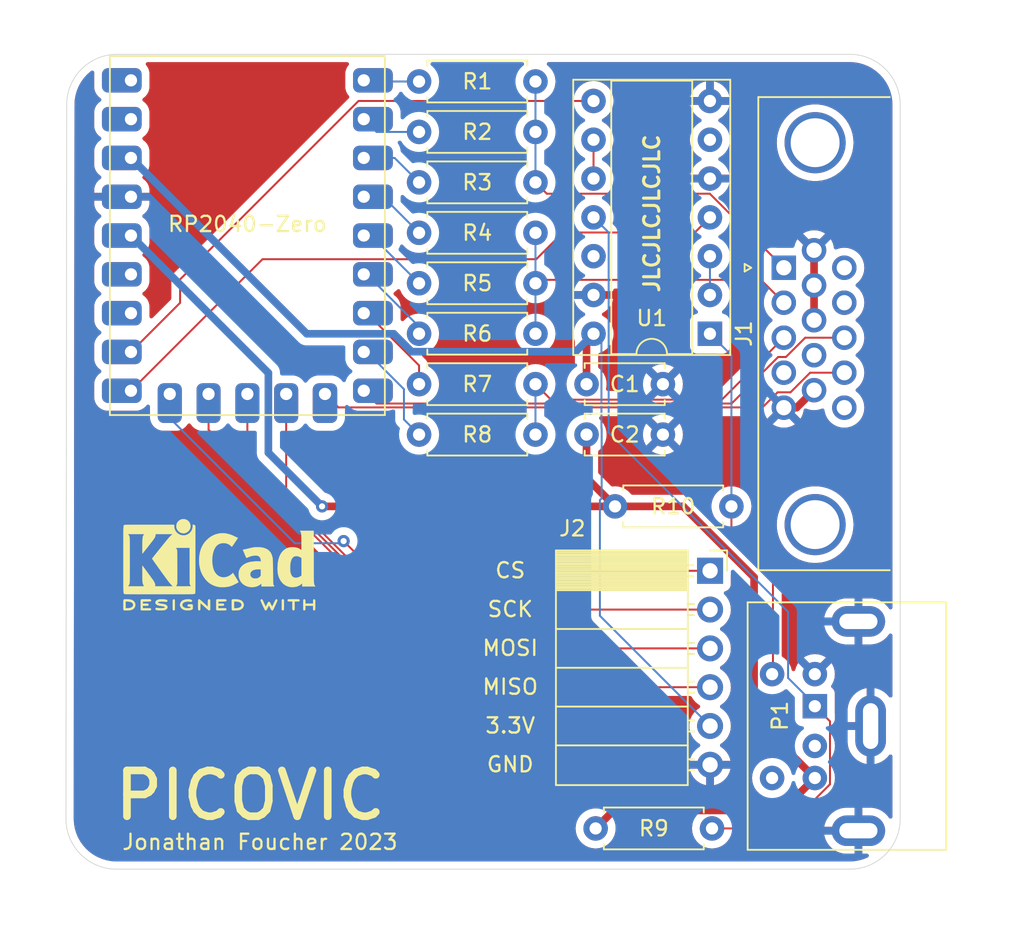
<source format=kicad_pcb>
(kicad_pcb (version 20211014) (generator pcbnew)
  (layers (0 "F.Cu" signal) (31 "B.Cu" signal) (34 "B.Paste" user) (35 "F.Paste" user) (36 "B.SilkS" user "B.Silkscreen") (37 "F.SilkS" user "F.Silkscreen") (38 "B.Mask" user) (39 "F.Mask" user) (44 "Edge.Cuts" user))
  (net 0 "")
  (net 1 "Net-(J1-Pad1)")
  (net 2 "GND")
  (net 3 "+5V")
  (net 4 "+3.3V")
  (net 5 "Net-(RZ1-Pad15)")
  (net 6 "Net-(RZ1-Pad16)")
  (net 11 "Net-(U1-Pad2)")
  (net 13 "Net-(R2-Pad2)")
  (net 14 "Net-(R3-Pad2)")
  (net 15 "Net-(R4-Pad2)")
  (net 16 "Net-(R5-Pad2)")
  (net 17 "Net-(R6-Pad2)")
  (net 18 "Net-(R7-Pad2)")
  (net 19 "Net-(R8-Pad2)")
  (net 20 "Net-(U1-Pad10)")
  (net 22 "Net-(J1-Pad2)")
  (net 23 "Net-(J1-Pad3)")
  (net 28 "Net-(J1-Pad13)")
  (net 29 "Net-(J1-Pad14)")
  (net 31 "Net-(R1-Pad2)")
  (net 32 "Net-(P1-Pad1)")
  (net 33 "Net-(P1-Pad5)")
  (net 36 "/CS")
  (net 37 "/SCK")
  (net 38 "/MOSI")
  (net 39 "/MISO")
  (footprint "Connector_Dsub:DSUB-15-HD_Female_Horizontal_P2.29x1.98mm_EdgePinOffset3.03mm_Housed_MountingHolesOffset4.94mm" (layer "F.Cu") (at 73.66 5.08 90)
    (fp_text reference "J1" (at -4.315 -2.61 90) (layer "F.SilkS"))
    (fp_text value "DB15_Female_HighDensity")
    (pad "0" thru_hole circle (at -16.815 2.05 90) (size 4 4) (drill 3.2) (layers *.Cu *.Mask))
    (pad "0" thru_hole circle (at 8.185 2.05 90) (size 4 4) (drill 3.2) (layers *.Cu *.Mask))
    (pad "1" thru_hole rect (at 0 0 90) (size 1.6 1.6) (drill 1) (layers *.Cu *.Mask) (net 1 "Net-(J1-Pad1)"))
    (pad "2" thru_hole circle (at -2.29 0 90) (size 1.6 1.6) (drill 1) (layers *.Cu *.Mask) (net 22 "Net-(J1-Pad2)"))
    (pad "3" thru_hole circle (at -4.58 0 90) (size 1.6 1.6) (drill 1) (layers *.Cu *.Mask) (net 23 "Net-(J1-Pad3)"))
    (pad "4" thru_hole circle (at -6.87 0 90) (size 1.6 1.6) (drill 1) (layers *.Cu *.Mask))
    (pad "5" thru_hole circle (at -9.16 0 90) (size 1.6 1.6) (drill 1) (layers *.Cu *.Mask) (net 2 "GND"))
    (pad "6" thru_hole circle (at 1.145 1.98 90) (size 1.6 1.6) (drill 1) (layers *.Cu *.Mask) (net 2 "GND"))
    (pad "7" thru_hole circle (at -1.145 1.98 90) (size 1.6 1.6) (drill 1) (layers *.Cu *.Mask) (net 2 "GND"))
    (pad "8" thru_hole circle (at -3.435 1.98 90) (size 1.6 1.6) (drill 1) (layers *.Cu *.Mask) (net 2 "GND"))
    (pad "9" thru_hole circle (at -5.725 1.98 90) (size 1.6 1.6) (drill 1) (layers *.Cu *.Mask))
    (pad "10" thru_hole circle (at -8.015 1.98 90) (size 1.6 1.6) (drill 1) (layers *.Cu *.Mask) (net 2 "GND"))
    (pad "11" thru_hole circle (at 0 3.96 90) (size 1.6 1.6) (drill 1) (layers *.Cu *.Mask))
    (pad "12" thru_hole circle (at -2.29 3.96 90) (size 1.6 1.6) (drill 1) (layers *.Cu *.Mask))
    (pad "13" thru_hole circle (at -4.58 3.96 90) (size 1.6 1.6) (drill 1) (layers *.Cu *.Mask) (net 28 "Net-(J1-Pad13)"))
    (pad "14" thru_hole circle (at -6.87 3.96 90) (size 1.6 1.6) (drill 1) (layers *.Cu *.Mask) (net 29 "Net-(J1-Pad14)"))
    (pad "15" thru_hole circle (at -9.16 3.96 90) (size 1.6 1.6) (drill 1) (layers *.Cu *.Mask))
  )
  (footprint "Package_DIP:DIP-14_W7.62mm_Socket" (layer "F.Cu") (at 68.824 9.403 180)
    (fp_text reference "U1" (at 3.81 1.021) (layer "F.SilkS"))
    (fp_text value "74HC14")
    (pad "1" thru_hole rect (at 0 0 180) (size 1.6 1.6) (drill 0.8) (layers *.Cu *.Mask) (net 33 "Net-(P1-Pad5)"))
    (pad "2" thru_hole oval (at 0 2.54 180) (size 1.6 1.6) (drill 0.8) (layers *.Cu *.Mask) (net 11 "Net-(U1-Pad2)"))
    (pad "3" thru_hole oval (at 0 5.08 180) (size 1.6 1.6) (drill 0.8) (layers *.Cu *.Mask) (net 11 "Net-(U1-Pad2)"))
    (pad "4" thru_hole oval (at 0 7.62 180) (size 1.6 1.6) (drill 0.8) (layers *.Cu *.Mask) (net 5 "Net-(RZ1-Pad15)"))
    (pad "5" thru_hole oval (at 0 10.16 180) (size 1.6 1.6) (drill 0.8) (layers *.Cu *.Mask) (net 2 "GND"))
    (pad "6" thru_hole oval (at 0 12.7 180) (size 1.6 1.6) (drill 0.8) (layers *.Cu *.Mask))
    (pad "7" thru_hole oval (at 0 15.24 180) (size 1.6 1.6) (drill 0.8) (layers *.Cu *.Mask) (net 2 "GND"))
    (pad "8" thru_hole oval (at 7.62 15.24 180) (size 1.6 1.6) (drill 0.8) (layers *.Cu *.Mask) (net 6 "Net-(RZ1-Pad16)"))
    (pad "9" thru_hole oval (at 7.62 12.7 180) (size 1.6 1.6) (drill 0.8) (layers *.Cu *.Mask) (net 20 "Net-(U1-Pad10)"))
    (pad "10" thru_hole oval (at 7.62 10.16 180) (size 1.6 1.6) (drill 0.8) (layers *.Cu *.Mask) (net 20 "Net-(U1-Pad10)"))
    (pad "11" thru_hole oval (at 7.62 7.62 180) (size 1.6 1.6) (drill 0.8) (layers *.Cu *.Mask) (net 32 "Net-(P1-Pad1)"))
    (pad "12" thru_hole oval (at 7.62 5.08 180) (size 1.6 1.6) (drill 0.8) (layers *.Cu *.Mask))
    (pad "13" thru_hole oval (at 7.62 2.54 180) (size 1.6 1.6) (drill 0.8) (layers *.Cu *.Mask) (net 2 "GND"))
    (pad "14" thru_hole oval (at 7.62 0 180) (size 1.6 1.6) (drill 0.8) (layers *.Cu *.Mask) (net 4 "+3.3V"))
  )
  (footprint "Resistor_THT:R_Axial_DIN0207_L6.3mm_D2.5mm_P7.62mm_Horizontal" (layer "F.Cu") (at 57.404 -7.112 180)
    (fp_text reference "R1" (at 3.81 0 180) (layer "F.SilkS"))
    (fp_text value "1k")
    (pad "1" thru_hole circle (at 0 0 180) (size 1.6 1.6) (drill 0.8) (layers *.Cu *.Mask) (net 1 "Net-(J1-Pad1)"))
    (pad "2" thru_hole oval (at 7.62 0 180) (size 1.6 1.6) (drill 0.8) (layers *.Cu *.Mask) (net 31 "Net-(R1-Pad2)"))
  )
  (footprint "Resistor_THT:R_Axial_DIN0207_L6.3mm_D2.5mm_P7.62mm_Horizontal" (layer "F.Cu") (at 57.404 -3.81 180)
    (fp_text reference "R2" (at 3.81 0 180) (layer "F.SilkS"))
    (fp_text value "500R")
    (pad "1" thru_hole circle (at 0 0 180) (size 1.6 1.6) (drill 0.8) (layers *.Cu *.Mask) (net 1 "Net-(J1-Pad1)"))
    (pad "2" thru_hole oval (at 7.62 0 180) (size 1.6 1.6) (drill 0.8) (layers *.Cu *.Mask) (net 13 "Net-(R2-Pad2)"))
  )
  (footprint "Resistor_THT:R_Axial_DIN0207_L6.3mm_D2.5mm_P7.62mm_Horizontal" (layer "F.Cu") (at 57.404 -0.508 180)
    (fp_text reference "R3" (at 3.81 0 180) (layer "F.SilkS"))
    (fp_text value "250R")
    (pad "1" thru_hole circle (at 0 0 180) (size 1.6 1.6) (drill 0.8) (layers *.Cu *.Mask) (net 1 "Net-(J1-Pad1)"))
    (pad "2" thru_hole oval (at 7.62 0 180) (size 1.6 1.6) (drill 0.8) (layers *.Cu *.Mask) (net 14 "Net-(R3-Pad2)"))
  )
  (footprint "Resistor_THT:R_Axial_DIN0207_L6.3mm_D2.5mm_P7.62mm_Horizontal" (layer "F.Cu") (at 57.404 2.794 180)
    (fp_text reference "R4" (at 3.81 0 180) (layer "F.SilkS"))
    (fp_text value "1k")
    (pad "1" thru_hole circle (at 0 0 180) (size 1.6 1.6) (drill 0.8) (layers *.Cu *.Mask) (net 22 "Net-(J1-Pad2)"))
    (pad "2" thru_hole oval (at 7.62 0 180) (size 1.6 1.6) (drill 0.8) (layers *.Cu *.Mask) (net 15 "Net-(R4-Pad2)"))
  )
  (footprint "Resistor_THT:R_Axial_DIN0207_L6.3mm_D2.5mm_P7.62mm_Horizontal" (layer "F.Cu") (at 57.404 6.096 180)
    (fp_text reference "R5" (at 3.81 0 180) (layer "F.SilkS"))
    (fp_text value "500R")
    (pad "1" thru_hole circle (at 0 0 180) (size 1.6 1.6) (drill 0.8) (layers *.Cu *.Mask) (net 22 "Net-(J1-Pad2)"))
    (pad "2" thru_hole oval (at 7.62 0 180) (size 1.6 1.6) (drill 0.8) (layers *.Cu *.Mask) (net 16 "Net-(R5-Pad2)"))
  )
  (footprint "Resistor_THT:R_Axial_DIN0207_L6.3mm_D2.5mm_P7.62mm_Horizontal" (layer "F.Cu") (at 57.404 9.398 180)
    (fp_text reference "R6" (at 3.81 0 180) (layer "F.SilkS"))
    (fp_text value "250R")
    (pad "1" thru_hole circle (at 0 0 180) (size 1.6 1.6) (drill 0.8) (layers *.Cu *.Mask) (net 22 "Net-(J1-Pad2)"))
    (pad "2" thru_hole oval (at 7.62 0 180) (size 1.6 1.6) (drill 0.8) (layers *.Cu *.Mask) (net 17 "Net-(R6-Pad2)"))
  )
  (footprint "Resistor_THT:R_Axial_DIN0207_L6.3mm_D2.5mm_P7.62mm_Horizontal" (layer "F.Cu") (at 57.404 12.7 180)
    (fp_text reference "R7" (at 3.81 0 180) (layer "F.SilkS"))
    (fp_text value "500R")
    (pad "1" thru_hole circle (at 0 0 180) (size 1.6 1.6) (drill 0.8) (layers *.Cu *.Mask) (net 23 "Net-(J1-Pad3)"))
    (pad "2" thru_hole oval (at 7.62 0 180) (size 1.6 1.6) (drill 0.8) (layers *.Cu *.Mask) (net 18 "Net-(R7-Pad2)"))
  )
  (footprint "Resistor_THT:R_Axial_DIN0207_L6.3mm_D2.5mm_P7.62mm_Horizontal" (layer "F.Cu") (at 57.404 16.002 180)
    (fp_text reference "R8" (at 3.81 0 180) (layer "F.SilkS"))
    (fp_text value "250R")
    (pad "1" thru_hole circle (at 0 0 180) (size 1.6 1.6) (drill 0.8) (layers *.Cu *.Mask) (net 23 "Net-(J1-Pad3)"))
    (pad "2" thru_hole oval (at 7.62 0 180) (size 1.6 1.6) (drill 0.8) (layers *.Cu *.Mask) (net 19 "Net-(R8-Pad2)"))
  )
  (footprint "Resistor_THT:R_Axial_DIN0207_L6.3mm_D2.5mm_P7.62mm_Horizontal" (layer "F.Cu") (at 62.611 20.701)
    (fp_text reference "R10" (at 3.81 0) (layer "F.SilkS"))
    (fp_text value "R")
    (pad "1" thru_hole circle (at 0 0) (size 1.6 1.6) (drill 0.8) (layers *.Cu *.Mask) (net 3 "+5V"))
    (pad "2" thru_hole oval (at 7.62 0) (size 1.6 1.6) (drill 0.8) (layers *.Cu *.Mask) (net 33 "Net-(P1-Pad5)"))
  )
  (footprint "Capacitor_THT:C_Disc_D5.0mm_W2.5mm_P5.00mm" (layer "F.Cu") (at 60.746 12.7)
    (fp_text reference "C1" (at 2.5 0) (layer "F.SilkS"))
    (fp_text value "0.1uF")
    (pad "1" thru_hole circle (at 0 0) (size 1.6 1.6) (drill 0.8) (layers *.Cu *.Mask) (net 4 "+3.3V"))
    (pad "2" thru_hole circle (at 5 0) (size 1.6 1.6) (drill 0.8) (layers *.Cu *.Mask) (net 2 "GND"))
  )
  (footprint "RP2040-Zero:RP2040-Zero" (layer "F.Cu") (at 28.385 15.673)
    (fp_text reference "RZ1")
    (fp_text value "RP2040-Zero" (at 10.16 -13.45 unlocked) (layer "F.SilkS"))
    (pad "1" thru_hole roundrect (at 17.78 -22.86) (size 2.6 1.6) (drill 0.8 (offset 0.6 0)) (layers *.Cu *.Mask) (net 31 "Net-(R1-Pad2)"))
    (pad "2" thru_hole roundrect (at 17.78 -20.32) (size 2.6 1.6) (drill 0.8 (offset 0.6 0)) (layers *.Cu *.Mask) (net 13 "Net-(R2-Pad2)"))
    (pad "3" thru_hole roundrect (at 17.78 -17.78) (size 2.6 1.6) (drill 0.8 (offset 0.6 0)) (layers *.Cu *.Mask) (net 14 "Net-(R3-Pad2)"))
    (pad "4" thru_hole roundrect (at 17.78 -15.24) (size 2.6 1.6) (drill 0.8 (offset 0.6 0)) (layers *.Cu *.Mask) (net 15 "Net-(R4-Pad2)"))
    (pad "5" thru_hole roundrect (at 17.78 -12.7) (size 2.6 1.6) (drill 0.8 (offset 0.6 0)) (layers *.Cu *.Mask) (net 16 "Net-(R5-Pad2)"))
    (pad "6" thru_hole roundrect (at 17.78 -10.16) (size 2.6 1.6002) (drill 0.8 (offset 0.6 0)) (layers *.Cu *.Mask) (net 17 "Net-(R6-Pad2)"))
    (pad "7" thru_hole roundrect (at 17.78 -7.62) (size 2.6 1.6002) (drill 0.8 (offset 0.6 0)) (layers *.Cu *.Mask) (net 18 "Net-(R7-Pad2)"))
    (pad "8" thru_hole roundrect (at 17.78 -5.08) (size 2.6 1.6002) (drill 0.8 (offset 0.6 0)) (layers *.Cu *.Mask) (net 19 "Net-(R8-Pad2)"))
    (pad "9" thru_hole roundrect (at 17.78 -2.54) (size 2.6 1.6002) (drill 0.8 (offset 0.6 0)) (layers *.Cu *.Mask) (net 28 "Net-(J1-Pad13)"))
    (pad "10" thru_hole roundrect (at 15.24 -2.33) (size 1.6 2.6) (drill 0.8 (offset 0 0.6)) (layers *.Cu *.Mask) (net 29 "Net-(J1-Pad14)"))
    (pad "11" thru_hole roundrect (at 12.7 -2.33) (size 1.5748 2.6) (drill 0.8 (offset 0 0.6)) (layers *.Cu *.Mask) (net 37 "/SCK"))
    (pad "12" thru_hole roundrect (at 10.16 -2.33) (size 1.5748 2.6) (drill 0.8 (offset 0 0.6)) (layers *.Cu *.Mask) (net 38 "/MOSI"))
    (pad "13" thru_hole roundrect (at 7.62 -2.33) (size 1.5748 2.6) (drill 0.8 (offset 0 0.6)) (layers *.Cu *.Mask) (net 39 "/MISO"))
    (pad "14" thru_hole roundrect (at 5.08 -2.33) (size 1.5748 2.6) (drill 0.8 (offset 0 0.6)) (layers *.Cu *.Mask) (net 36 "/CS"))
    (pad "15" thru_hole roundrect (at 2.54 -2.54) (size 2.6 1.6002) (drill 0.8 (offset -0.6 0)) (layers *.Cu *.Mask) (net 5 "Net-(RZ1-Pad15)"))
    (pad "16" thru_hole roundrect (at 2.54 -5.08) (size 2.6 1.6002) (drill 0.8 (offset -0.6 0)) (layers *.Cu *.Mask) (net 6 "Net-(RZ1-Pad16)"))
    (pad "17" thru_hole roundrect (at 2.54 -7.62) (size 2.6 1.6002) (drill 0.8 (offset -0.6 0)) (layers *.Cu *.Mask))
    (pad "18" thru_hole roundrect (at 2.54 -10.16) (size 2.6 1.6002) (drill 0.8 (offset -0.6 0)) (layers *.Cu *.Mask))
    (pad "19" thru_hole roundrect (at 2.54 -22.86) (size 2.6 1.6002) (drill 0.8 (offset -0.6 0)) (layers *.Cu *.Mask))
    (pad "20" thru_hole roundrect (at 2.54 -20.32) (size 2.6 1.6002) (drill 0.8 (offset -0.6 0)) (layers *.Cu *.Mask))
    (pad "21" thru_hole roundrect (at 2.54 -17.78) (size 2.6 1.6002) (drill 0.8 (offset -0.6 0)) (layers *.Cu *.Mask) (net 4 "+3.3V"))
    (pad "22" thru_hole roundrect (at 2.54 -12.7) (size 2.6 1.6002) (drill 0.8 (offset -0.6 0)) (layers *.Cu *.Mask) (net 3 "+5V"))
    (pad "23" thru_hole roundrect (at 2.54 -15.24) (size 2.6 1.6002) (drill 0.8 (offset -0.6 0)) (layers *.Cu *.Mask) (net 2 "GND"))
  )
  (footprint "Capacitor_THT:C_Disc_D5.0mm_W2.5mm_P5.00mm" (layer "F.Cu") (at 60.746 16.002)
    (fp_text reference "C2" (at 2.5 0) (layer "F.SilkS"))
    (fp_text value "0.1uF")
    (pad "1" thru_hole circle (at 0 0) (size 1.6 1.6) (drill 0.8) (layers *.Cu *.Mask) (net 3 "+5V"))
    (pad "2" thru_hole circle (at 5 0) (size 1.6 1.6) (drill 0.8) (layers *.Cu *.Mask) (net 2 "GND"))
  )
  (footprint "Connector_PinSocket_2.54mm:PinSocket_1x06_P2.54mm_Horizontal" (layer "F.Cu") (at 68.834 24.917)
    (fp_text reference "J2" (at -9.017 -2.77) (layer "F.SilkS"))
    (fp_text value "Conn_01x06")
    (pad "1" thru_hole rect (at 0 0) (size 1.7 1.7) (drill 1) (layers *.Cu *.Mask) (net 36 "/CS"))
    (pad "2" thru_hole oval (at 0 2.54) (size 1.7 1.7) (drill 1) (layers *.Cu *.Mask) (net 37 "/SCK"))
    (pad "3" thru_hole oval (at 0 5.08) (size 1.7 1.7) (drill 1) (layers *.Cu *.Mask) (net 38 "/MOSI"))
    (pad "4" thru_hole oval (at 0 7.62) (size 1.7 1.7) (drill 1) (layers *.Cu *.Mask) (net 39 "/MISO"))
    (pad "5" thru_hole oval (at 0 10.16) (size 1.7 1.7) (drill 1) (layers *.Cu *.Mask) (net 4 "+3.3V"))
    (pad "6" thru_hole oval (at 0 12.7) (size 1.7 1.7) (drill 1) (layers *.Cu *.Mask) (net 2 "GND"))
  )
  (footprint "Symbol:KiCad-Logo2_5mm_SilkScreen" (layer "F.Cu") (at 36.703 24.511)
    (fp_text reference "REF**" hide)
    (fp_text value "KiCad-Logo2_5mm_SilkScreen" hide)
  )
  (footprint "Custom_Footprints:Connector_Mini-DIN_Female_6Pin_2rows" (layer "F.Cu") (at 75.692 33.782 90)
    (fp_text reference "P1" (at -0.635 -2.286 90) (layer "F.SilkS"))
    (fp_text value "Mini-DIN_6pins_ver2")
    (pad "1" thru_hole rect (at 0 0 90) (size 1.6 1.6) (drill 0.8) (layers *.Cu *.Mask) (net 32 "Net-(P1-Pad1)"))
    (pad "2" thru_hole circle (at -2.6 0 90) (size 1.6 1.6) (drill 0.8) (layers *.Cu *.Mask))
    (pad "3" thru_hole circle (at 2.1 0 90) (size 1.6 1.6) (drill 0.8) (layers *.Cu *.Mask) (net 2 "GND"))
    (pad "4" thru_hole circle (at -4.7 0 90) (size 1.6 1.6) (drill 0.8) (layers *.Cu *.Mask) (net 3 "+5V"))
    (pad "5" thru_hole circle (at 2.1 -2.8 90) (size 1.6 1.6) (drill 0.8) (layers *.Cu *.Mask) (net 33 "Net-(P1-Pad5)"))
    (pad "6" thru_hole circle (at -4.7 -2.8 90) (size 1.6 1.6) (drill 0.8) (layers *.Cu *.Mask))
    (pad "7" thru_hole oval (at 5.55 2.85 90) (size 2 3.5) (drill oval 1 2.5) (layers *.Cu *.Mask) (net 2 "GND"))
    (pad "7" thru_hole oval (at -8.15 2.85 90) (size 2 3.5) (drill oval 1 2.5) (layers *.Cu *.Mask) (net 2 "GND"))
    (pad "7" thru_hole oval (at -1.3 3.65 90) (size 4 2) (drill oval 3 1) (layers *.Cu *.Mask) (net 2 "GND"))
  )
  (footprint "Resistor_THT:R_Axial_DIN0207_L6.3mm_D2.5mm_P7.62mm_Horizontal" (layer "F.Cu") (at 61.341 41.783)
    (fp_text reference "R9" (at 3.81 0) (layer "F.SilkS"))
    (fp_text value "R")
    (pad "1" thru_hole circle (at 0 0) (size 1.6 1.6) (drill 0.8) (layers *.Cu *.Mask) (net 3 "+5V"))
    (pad "2" thru_hole oval (at 7.62 0) (size 1.6 1.6) (drill 0.8) (layers *.Cu *.Mask) (net 32 "Net-(P1-Pad1)"))
  )
  (gr_line (start 26.718867 -5.588) (end 26.67 41.148) (layer "Edge.Cuts") (width 0.05))
  (gr_line (start 30.020867 -8.89) (end 77.978 -8.89) (layer "Edge.Cuts") (width 0.05))
  (gr_arc (start 81.28 41.148) (mid 80.312867 43.482867) (end 77.978 44.45) (layer "Edge.Cuts") (width 0.05))
  (gr_line (start 81.28 -5.588) (end 81.28 41.148) (layer "Edge.Cuts") (width 0.05))
  (gr_arc (start 77.978 -8.89) (mid 80.312867 -7.922867) (end 81.28 -5.588) (layer "Edge.Cuts") (width 0.05))
  (gr_arc (start 26.718867 -5.588) (mid 27.686 -7.922867) (end 30.020867 -8.89) (layer "Edge.Cuts") (width 0.05))
  (gr_line (start 77.978 44.45) (end 29.972 44.45) (layer "Edge.Cuts") (width 0.05))
  (gr_arc (start 29.972 44.45) (mid 27.637133 43.482867) (end 26.67 41.148) (layer "Edge.Cuts") (width 0.05))
  (gr_text "MOSI" (at 55.753 29.972) (layer "F.SilkS") (effects (font (size 1 1))))
  (gr_text "CS" (at 55.753 24.892) (layer "F.SilkS") (effects (font (size 1 1))))
  (gr_text "3.3V" (at 55.753 35.052) (layer "F.SilkS") (effects (font (size 1 1))))
  (gr_text "JLCJLCJLCJLC" (at 65.024 1.524 90) (layer "F.SilkS") (effects (font (size 1 1) (thickness 0.2))))
  (gr_text "GND" (at 55.753 37.592) (layer "F.SilkS") (effects (font (size 1 1))))
  (gr_text "PICOVIC" (at 38.735 39.624) (layer "F.SilkS") (effects (font (size 3 3) (thickness 0.5))))
  (gr_text "MISO" (at 55.753 32.512) (layer "F.SilkS") (effects (font (size 1 1))))
  (gr_text "Jonathan Foucher 2023" (at 39.37 42.672) (layer "F.SilkS") (effects (font (size 1 1))))
  (gr_text "SCK" (at 55.753 27.432) (layer "F.SilkS") (effects (font (size 1 1))))
  (segment (start 73.66 5.08) (end 68.8135 0.2335) (width 0.127) (layer "F.Cu") (net 1))
  (segment (start 58.1455 0.2335) (end 57.404 -0.508) (width 0.127) (layer "F.Cu") (net 1))
  (segment (start 68.8135 0.2335) (end 58.1455 0.2335) (width 0.127) (layer "F.Cu") (net 1))
  (segment (start 57.404 -0.508) (end 57.404 -7.112) (width 0.127) (layer "B.Cu") (net 1))
  (segment (start 74.495 14.24) (end 73.66 14.24) (width 0.5) (layer "F.Cu") (net 2))
  (segment (start 75.64 3.935) (end 75.64 8.515) (width 0.5) (layer "F.Cu") (net 2))
  (segment (start 75.64 13.095) (end 74.495 14.24) (width 0.5) (layer "F.Cu") (net 2))
  (segment (start 71.715 25.344) (end 67.072 20.701) (width 0.5) (layer "F.Cu") (net 3))
  (segment (start 67.072 20.701) (end 62.611 20.701) (width 0.5) (layer "F.Cu") (net 3))
  (segment (start 60.746 18.836) (end 62.611 20.701) (width 0.5) (layer "F.Cu") (net 3))
  (segment (start 73.568 40.606) (end 75.692 38.482) (width 0.5) (layer "F.Cu") (net 3))
  (segment (start 71.715 34.505) (end 71.715 25.344) (width 0.5) (layer "F.Cu") (net 3))
  (segment (start 43.434 20.701) (end 62.611 20.701) (width 0.5) (layer "F.Cu") (net 3))
  (segment (start 62.518 40.606) (end 73.568 40.606) (width 0.5) (layer "F.Cu") (net 3))
  (segment (start 60.746 16.002) (end 60.746 18.836) (width 0.5) (layer "F.Cu") (net 3))
  (segment (start 61.341 41.783) (end 62.518 40.606) (width 0.5) (layer "F.Cu") (net 3))
  (segment (start 75.692 38.482) (end 71.715 34.505) (width 0.5) (layer "F.Cu") (net 3))
  (via (at 43.434 20.701) (size 0.8) (drill 0.4) (layers "F.Cu" "B.Cu") (net 3))
  (segment (start 39.9206 17.1876) (end 43.434 20.701) (width 0.5) (layer "B.Cu") (net 3))
  (segment (start 30.925 2.973) (end 39.9206 11.9686) (width 0.5) (layer "B.Cu") (net 3))
  (segment (start 39.9206 11.9686) (end 39.9206 17.1876) (width 0.5) (layer "B.Cu") (net 3))
  (segment (start 60.746 12.7) (end 60.746 9.861) (width 0.5) (layer "F.Cu") (net 4))
  (segment (start 60.746 9.861) (end 61.204 9.403) (width 0.5) (layer "F.Cu") (net 4))
  (segment (start 61.6205 27.8635) (end 68.834 35.077) (width 0.127) (layer "B.Cu") (net 4))
  (segment (start 61.7365 20.174721) (end 61.6205 20.290721) (width 0.127) (layer "B.Cu") (net 4))
  (segment (start 48.12447 9.403) (end 49.29647 10.575) (width 0.5) (layer "B.Cu") (net 4))
  (segment (start 49.29647 10.575) (end 60.032 10.575) (width 0.5) (layer "B.Cu") (net 4))
  (segment (start 61.204 9.403) (end 61.722 9.921) (width 0.127) (layer "B.Cu") (net 4))
  (segment (start 61.722 15.577221) (end 61.7365 15.591721) (width 0.127) (layer "B.Cu") (net 4))
  (segment (start 61.722 9.921) (end 61.722 15.577221) (width 0.127) (layer "B.Cu") (net 4))
  (segment (start 42.435 9.403) (end 48.12447 9.403) (width 0.5) (layer "B.Cu") (net 4))
  (segment (start 60.032 10.575) (end 61.204 9.403) (width 0.5) (layer "B.Cu") (net 4))
  (segment (start 61.7365 15.591721) (end 61.7365 20.174721) (width 0.127) (layer "B.Cu") (net 4))
  (segment (start 30.925 -2.107) (end 42.435 9.403) (width 0.5) (layer "B.Cu") (net 4))
  (segment (start 61.6205 20.290721) (end 61.6205 27.8635) (width 0.127) (layer "B.Cu") (net 4))
  (segment (start 57.4536 4.5224) (end 39.5356 4.5224) (width 0.127) (layer "F.Cu") (net 5))
  (segment (start 68.824 1.783) (end 67.8335 2.7735) (width 0.127) (layer "F.Cu") (net 5))
  (segment (start 59.2025 2.7735) (end 57.4536 4.5224) (width 0.127) (layer "F.Cu") (net 5))
  (segment (start 67.8335 2.7735) (end 59.2025 2.7735) (width 0.127) (layer "F.Cu") (net 5))
  (segment (start 39.5356 4.5224) (end 30.925 13.133) (width 0.127) (layer "F.Cu") (net 5))
  (segment (start 45.819907 -5.837) (end 34.140907 5.842) (width 0.127) (layer "F.Cu") (net 6))
  (segment (start 61.204 -5.837) (end 45.819907 -5.837) (width 0.127) (layer "F.Cu") (net 6))
  (segment (start 34.140907 7.377093) (end 30.925 10.593) (width 0.127) (layer "F.Cu") (net 6))
  (segment (start 34.140907 5.842) (end 34.140907 7.377093) (width 0.127) (layer "F.Cu") (net 6))
  (segment (start 68.824 6.863) (end 68.824 4.323) (width 0.127) (layer "B.Cu") (net 11))
  (segment (start 46.165 -4.647) (end 47.002 -3.81) (width 0.127) (layer "B.Cu") (net 13))
  (segment (start 47.002 -3.81) (end 49.784 -3.81) (width 0.127) (layer "B.Cu") (net 13))
  (segment (start 46.165 -2.107) (end 48.185 -2.107) (width 0.127) (layer "B.Cu") (net 14))
  (segment (start 48.185 -2.107) (end 49.784 -0.508) (width 0.127) (layer "B.Cu") (net 14))
  (segment (start 46.165 0.433) (end 47.423 0.433) (width 0.127) (layer "B.Cu") (net 15))
  (segment (start 47.423 0.433) (end 49.784 2.794) (width 0.127) (layer "B.Cu") (net 15))
  (segment (start 46.661 2.973) (end 49.784 6.096) (width 0.127) (layer "B.Cu") (net 16))
  (segment (start 49.784 8.936836) (end 49.784 9.398) (width 0.127) (layer "B.Cu") (net 17))
  (segment (start 46.360164 5.513) (end 49.784 8.936836) (width 0.127) (layer "B.Cu") (net 17))
  (segment (start 46.360164 8.053) (end 49.784 11.476836) (width 0.127) (layer "F.Cu") (net 18))
  (segment (start 49.784 11.476836) (end 49.784 12.7) (width 0.127) (layer "F.Cu") (net 18))
  (segment (start 48.7935 13.026336) (end 48.7935 15.0115) (width 0.127) (layer "B.Cu") (net 19))
  (segment (start 48.7935 15.0115) (end 49.784 16.002) (width 0.127) (layer "B.Cu") (net 19))
  (segment (start 46.360164 10.593) (end 48.7935 13.026336) (width 0.127) (layer "B.Cu") (net 19))
  (segment (start 61.204 -3.297) (end 61.204 -0.757) (width 0.127) (layer "F.Cu") (net 20))
  (segment (start 73.66 7.37) (end 72.1625 5.8725) (width 0.127) (layer "F.Cu") (net 22))
  (segment (start 72.1625 5.8725) (end 57.6275 5.8725) (width 0.127) (layer "F.Cu") (net 22))
  (segment (start 57.404 2.794) (end 57.404 9.398) (width 0.127) (layer "B.Cu") (net 22))
  (segment (start 58.42 13.716) (end 57.404 12.7) (width 0.127) (layer "F.Cu") (net 23))
  (segment (start 73.66 9.66) (end 69.604 13.716) (width 0.127) (layer "F.Cu") (net 23))
  (segment (start 69.604 13.716) (end 58.42 13.716) (width 0.127) (layer "F.Cu") (net 23))
  (segment (start 57.404 16.002) (end 57.404 12.7) (width 0.127) (layer "B.Cu") (net 23))
  (segment (start 70.23972 13.969501) (end 47.001501 13.969501) (width 0.127) (layer "F.Cu") (net 28))
  (segment (start 73.287221 10.922) (end 70.23972 13.969501) (width 0.127) (layer "F.Cu") (net 28))
  (segment (start 47.001501 13.969501) (end 46.7225 13.6905) (width 0.127) (layer "F.Cu") (net 28))
  (segment (start 77.62 9.66) (end 75.060779 9.66) (width 0.127) (layer "F.Cu") (net 28))
  (segment (start 73.798779 10.922) (end 73.287221 10.922) (width 0.127) (layer "F.Cu") (net 28))
  (segment (start 75.060779 9.66) (end 73.798779 10.922) (width 0.127) (layer "F.Cu") (net 28))
  (segment (start 72.263 14.224) (end 73.2525 13.2345) (width 0.127) (layer "F.Cu") (net 29))
  (segment (start 73.2525 13.2345) (end 74.099721 13.2345) (width 0.127) (layer "F.Cu") (net 29))
  (segment (start 72.276217 14.223005) (end 44.505005 14.223005) (width 0.127) (layer "F.Cu") (net 29))
  (segment (start 75.384221 11.95) (end 77.62 11.95) (width 0.127) (layer "F.Cu") (net 29))
  (segment (start 74.099721 13.2345) (end 75.384221 11.95) (width 0.127) (layer "F.Cu") (net 29))
  (segment (start 44.505005 14.223005) (end 43.625 13.343) (width 0.127) (layer "F.Cu") (net 29))
  (segment (start 46.165 -7.187) (end 46.24 -7.112) (width 0.127) (layer "F.Cu") (net 31))
  (segment (start 46.24 -7.112) (end 49.784 -7.112) (width 0.127) (layer "F.Cu") (net 31))
  (segment (start 46.24 -7.112) (end 49.784 -7.112) (width 0.127) (layer "B.Cu") (net 31))
  (segment (start 46.165 -7.187) (end 46.24 -7.112) (width 0.127) (layer "B.Cu") (net 31))
  (segment (start 76.6825 34.7725) (end 75.692 33.782) (width 0.127) (layer "F.Cu") (net 32))
  (segment (start 68.961 41.783) (end 73.791779 41.783) (width 0.127) (layer "F.Cu") (net 32))
  (segment (start 76.6825 38.892279) (end 76.6825 34.7725) (width 0.127) (layer "F.Cu") (net 32))
  (segment (start 73.791779 41.783) (end 76.6825 38.892279) (width 0.127) (layer "F.Cu") (net 32))
  (segment (start 61.204 1.783) (end 62.1945 2.7735) (width 0.127) (layer "B.Cu") (net 32))
  (segment (start 62.1945 2.7735) (end 62.1945 15.8605) (width 0.127) (layer "B.Cu") (net 32))
  (segment (start 73.9395 27.6055) (end 73.9395 31.9325) (width 0.127) (layer "B.Cu") (net 32))
  (segment (start 62.1945 15.8605) (end 73.9395 27.6055) (width 0.127) (layer "B.Cu") (net 32))
  (segment (start 73.9395 31.9325) (end 75.749 33.742) (width 0.127) (layer "B.Cu") (net 32))
  (segment (start 70.231 22.987) (end 70.231 20.701) (width 0.127) (layer "F.Cu") (net 33))
  (segment (start 72.949 25.705) (end 70.231 22.987) (width 0.127) (layer "F.Cu") (net 33))
  (segment (start 72.949 31.642) (end 72.949 25.705) (width 0.127) (layer "F.Cu") (net 33))
  (segment (start 70.231 20.701) (end 70.231 10.81) (width 0.127) (layer "B.Cu") (net 33))
  (segment (start 70.231 10.81) (end 68.824 9.403) (width 0.127) (layer "B.Cu") (net 33))
  (segment (start 69.17 24.917) (end 46.788396 24.917) (width 0.127) (layer "F.Cu") (net 36))
  (segment (start 46.788396 24.917) (end 44.844698 22.973302) (width 0.127) (layer "F.Cu") (net 36))
  (via (at 44.844698 22.973302) (size 0.8) (drill 0.4) (layers "F.Cu" "B.Cu") (net 36))
  (segment (start 41.656 23.114) (end 44.704 23.114) (width 0.127) (layer "B.Cu") (net 36))
  (segment (start 33.465 13.343) (end 33.465 14.923) (width 0.127) (layer "B.Cu") (net 36))
  (segment (start 44.704 23.114) (end 44.844698 22.973302) (width 0.127) (layer "B.Cu") (net 36))
  (segment (start 33.465 14.923) (end 41.656 23.114) (width 0.127) (layer "B.Cu") (net 36))
  (segment (start 69.17 27.457) (end 48.494008 27.457) (width 0.127) (layer "F.Cu") (net 37))
  (segment (start 41.085 20.047992) (end 41.085 13.343) (width 0.127) (layer "F.Cu") (net 37))
  (segment (start 48.494008 27.457) (end 41.085 20.047992) (width 0.127) (layer "F.Cu") (net 37))
  (segment (start 69.17 29.997) (end 50.675504 29.997) (width 0.127) (layer "F.Cu") (net 38))
  (segment (start 38.545 17.866496) (end 38.545 13.343) (width 0.127) (layer "F.Cu") (net 38))
  (segment (start 50.675504 29.997) (end 38.545 17.866496) (width 0.127) (layer "F.Cu") (net 38))
  (segment (start 36.005 15.685) (end 36.005 13.343) (width 0.127) (layer "F.Cu") (net 39))
  (segment (start 69.17 32.537) (end 52.857 32.537) (width 0.127) (layer "F.Cu") (net 39))
  (segment (start 52.857 32.537) (end 36.005 15.685) (width 0.127) (layer "F.Cu") (net 39))
  (zone (net 2) (net_name "GND") (layer "F.Cu") (connect_pads (clearance 0.508)) (min_thickness 0.254) (fill yes (thermal_gap 0.508) (thermal_bridge_width 0.508))
    (polygon (pts (xy 83.312 -11.176) (xy 84.074 49.022) (xy 22.352 47.498) (xy 24.13 -12.446)))
  )
  (zone (net 2) (net_name "GND") (layer "B.Cu") (connect_pads (clearance 0.508)) (min_thickness 0.254) (fill yes (thermal_gap 0.508) (thermal_bridge_width 0.508))
    (polygon (pts (xy 85.09 48.26) (xy 22.86 48.26) (xy 24.13 -11.43) (xy 83.82 -11.43)))
  )
)
</source>
